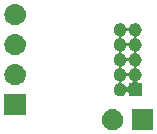
<source format=gbr>
G04 #@! TF.GenerationSoftware,KiCad,Pcbnew,(5.0.1-3-g963ef8bb5)*
G04 #@! TF.CreationDate,2018-12-20T13:19:58+01:00*
G04 #@! TF.ProjectId,jtag-swd,6A7461672D7377642E6B696361645F70,rev?*
G04 #@! TF.SameCoordinates,Original*
G04 #@! TF.FileFunction,Soldermask,Bot*
G04 #@! TF.FilePolarity,Negative*
%FSLAX46Y46*%
G04 Gerber Fmt 4.6, Leading zero omitted, Abs format (unit mm)*
G04 Created by KiCad (PCBNEW (5.0.1-3-g963ef8bb5)) date 2018 December 20, Thursday 13:19:58*
%MOMM*%
%LPD*%
G01*
G04 APERTURE LIST*
%ADD10C,0.100000*%
G04 APERTURE END LIST*
D10*
G36*
X77736000Y-54241000D02*
X75934000Y-54241000D01*
X75934000Y-52439000D01*
X77736000Y-52439000D01*
X77736000Y-54241000D01*
X77736000Y-54241000D01*
G37*
G36*
X74405443Y-52445519D02*
X74471627Y-52452037D01*
X74584853Y-52486384D01*
X74641467Y-52503557D01*
X74780087Y-52577652D01*
X74797991Y-52587222D01*
X74833729Y-52616552D01*
X74935186Y-52699814D01*
X75018448Y-52801271D01*
X75047778Y-52837009D01*
X75047779Y-52837011D01*
X75131443Y-52993533D01*
X75131443Y-52993534D01*
X75182963Y-53163373D01*
X75200359Y-53340000D01*
X75182963Y-53516627D01*
X75148616Y-53629853D01*
X75131443Y-53686467D01*
X75057348Y-53825087D01*
X75047778Y-53842991D01*
X75018448Y-53878729D01*
X74935186Y-53980186D01*
X74833729Y-54063448D01*
X74797991Y-54092778D01*
X74797989Y-54092779D01*
X74641467Y-54176443D01*
X74584853Y-54193616D01*
X74471627Y-54227963D01*
X74405442Y-54234482D01*
X74339260Y-54241000D01*
X74250740Y-54241000D01*
X74184558Y-54234482D01*
X74118373Y-54227963D01*
X74005147Y-54193616D01*
X73948533Y-54176443D01*
X73792011Y-54092779D01*
X73792009Y-54092778D01*
X73756271Y-54063448D01*
X73654814Y-53980186D01*
X73571552Y-53878729D01*
X73542222Y-53842991D01*
X73532652Y-53825087D01*
X73458557Y-53686467D01*
X73441384Y-53629853D01*
X73407037Y-53516627D01*
X73389641Y-53340000D01*
X73407037Y-53163373D01*
X73458557Y-52993534D01*
X73458557Y-52993533D01*
X73542221Y-52837011D01*
X73542222Y-52837009D01*
X73571552Y-52801271D01*
X73654814Y-52699814D01*
X73756271Y-52616552D01*
X73792009Y-52587222D01*
X73809913Y-52577652D01*
X73948533Y-52503557D01*
X74005147Y-52486384D01*
X74118373Y-52452037D01*
X74184558Y-52445518D01*
X74250740Y-52439000D01*
X74339260Y-52439000D01*
X74405443Y-52445519D01*
X74405443Y-52445519D01*
G37*
G36*
X66941000Y-52971000D02*
X65139000Y-52971000D01*
X65139000Y-51169000D01*
X66941000Y-51169000D01*
X66941000Y-52971000D01*
X66941000Y-52971000D01*
G37*
G36*
X75038015Y-45176973D02*
X75141879Y-45208479D01*
X75237600Y-45259644D01*
X75321501Y-45328499D01*
X75390356Y-45412400D01*
X75441521Y-45508121D01*
X75445383Y-45520854D01*
X75454760Y-45543493D01*
X75468374Y-45563867D01*
X75485701Y-45581194D01*
X75506076Y-45594808D01*
X75528715Y-45604186D01*
X75552748Y-45608966D01*
X75577252Y-45608966D01*
X75601286Y-45604185D01*
X75623925Y-45594808D01*
X75644299Y-45581194D01*
X75661626Y-45563867D01*
X75675240Y-45543492D01*
X75684617Y-45520854D01*
X75688479Y-45508121D01*
X75739644Y-45412400D01*
X75808499Y-45328499D01*
X75892400Y-45259644D01*
X75988121Y-45208479D01*
X76091985Y-45176973D01*
X76172933Y-45169000D01*
X76227067Y-45169000D01*
X76308015Y-45176973D01*
X76411879Y-45208479D01*
X76507600Y-45259644D01*
X76591501Y-45328499D01*
X76660356Y-45412400D01*
X76711521Y-45508121D01*
X76743027Y-45611985D01*
X76753666Y-45720000D01*
X76743027Y-45828015D01*
X76711521Y-45931879D01*
X76660356Y-46027600D01*
X76591501Y-46111501D01*
X76507600Y-46180356D01*
X76411879Y-46231521D01*
X76399142Y-46235385D01*
X76376507Y-46244760D01*
X76356133Y-46258374D01*
X76338806Y-46275701D01*
X76325192Y-46296076D01*
X76315814Y-46318715D01*
X76311034Y-46342748D01*
X76311034Y-46367252D01*
X76315815Y-46391286D01*
X76325192Y-46413925D01*
X76338806Y-46434299D01*
X76356133Y-46451626D01*
X76376508Y-46465240D01*
X76399142Y-46474615D01*
X76411879Y-46478479D01*
X76507600Y-46529644D01*
X76591501Y-46598499D01*
X76660356Y-46682400D01*
X76711521Y-46778121D01*
X76743027Y-46881985D01*
X76753666Y-46990000D01*
X76743027Y-47098015D01*
X76711521Y-47201879D01*
X76660356Y-47297600D01*
X76591501Y-47381501D01*
X76507600Y-47450356D01*
X76411879Y-47501521D01*
X76399142Y-47505385D01*
X76376507Y-47514760D01*
X76356133Y-47528374D01*
X76338806Y-47545701D01*
X76325192Y-47566076D01*
X76315814Y-47588715D01*
X76311034Y-47612748D01*
X76311034Y-47637252D01*
X76315815Y-47661286D01*
X76325192Y-47683925D01*
X76338806Y-47704299D01*
X76356133Y-47721626D01*
X76376508Y-47735240D01*
X76399142Y-47744615D01*
X76411879Y-47748479D01*
X76507600Y-47799644D01*
X76591501Y-47868499D01*
X76660356Y-47952400D01*
X76711521Y-48048121D01*
X76743027Y-48151985D01*
X76753666Y-48260000D01*
X76743027Y-48368015D01*
X76711521Y-48471879D01*
X76660356Y-48567600D01*
X76591501Y-48651501D01*
X76507600Y-48720356D01*
X76411879Y-48771521D01*
X76399142Y-48775385D01*
X76376507Y-48784760D01*
X76356133Y-48798374D01*
X76338806Y-48815701D01*
X76325192Y-48836076D01*
X76315814Y-48858715D01*
X76311034Y-48882748D01*
X76311034Y-48907252D01*
X76315815Y-48931286D01*
X76325192Y-48953925D01*
X76338806Y-48974299D01*
X76356133Y-48991626D01*
X76376508Y-49005240D01*
X76399142Y-49014615D01*
X76411879Y-49018479D01*
X76507600Y-49069644D01*
X76591501Y-49138499D01*
X76660356Y-49222400D01*
X76711521Y-49318121D01*
X76743027Y-49421985D01*
X76753666Y-49530000D01*
X76743027Y-49638015D01*
X76711521Y-49741879D01*
X76660356Y-49837600D01*
X76591501Y-49921501D01*
X76507600Y-49990356D01*
X76463805Y-50013766D01*
X76443439Y-50027374D01*
X76426111Y-50044701D01*
X76412498Y-50065076D01*
X76403120Y-50087715D01*
X76398340Y-50111748D01*
X76398340Y-50136252D01*
X76403121Y-50160286D01*
X76412498Y-50182925D01*
X76426112Y-50203299D01*
X76443439Y-50220627D01*
X76463814Y-50234240D01*
X76486453Y-50243618D01*
X76522738Y-50249000D01*
X76751000Y-50249000D01*
X76751000Y-51351000D01*
X75649000Y-51351000D01*
X75649000Y-51122738D01*
X75646598Y-51098352D01*
X75639485Y-51074903D01*
X75627934Y-51053292D01*
X75612388Y-51034350D01*
X75593446Y-51018804D01*
X75571835Y-51007253D01*
X75548386Y-51000140D01*
X75524000Y-50997738D01*
X75499614Y-51000140D01*
X75476165Y-51007253D01*
X75454554Y-51018804D01*
X75435612Y-51034350D01*
X75413764Y-51063808D01*
X75390356Y-51107600D01*
X75321501Y-51191501D01*
X75237600Y-51260356D01*
X75141879Y-51311521D01*
X75038015Y-51343027D01*
X74957067Y-51351000D01*
X74902933Y-51351000D01*
X74821985Y-51343027D01*
X74718121Y-51311521D01*
X74622400Y-51260356D01*
X74538499Y-51191501D01*
X74469644Y-51107600D01*
X74418479Y-51011879D01*
X74386973Y-50908015D01*
X74376334Y-50800000D01*
X74386973Y-50691985D01*
X74418479Y-50588121D01*
X74469644Y-50492400D01*
X74538499Y-50408499D01*
X74622400Y-50339644D01*
X74718121Y-50288479D01*
X74730858Y-50284615D01*
X74753493Y-50275240D01*
X74773867Y-50261626D01*
X74791194Y-50244299D01*
X74804808Y-50223924D01*
X74814186Y-50201285D01*
X74818966Y-50177252D01*
X74818966Y-50152748D01*
X75041034Y-50152748D01*
X75041034Y-50177252D01*
X75045815Y-50201286D01*
X75055192Y-50223925D01*
X75068806Y-50244299D01*
X75086133Y-50261626D01*
X75106508Y-50275240D01*
X75129142Y-50284615D01*
X75141879Y-50288479D01*
X75237600Y-50339644D01*
X75321501Y-50408499D01*
X75390356Y-50492400D01*
X75413766Y-50536195D01*
X75427374Y-50556561D01*
X75444701Y-50573889D01*
X75465076Y-50587502D01*
X75487715Y-50596880D01*
X75511748Y-50601660D01*
X75536252Y-50601660D01*
X75560286Y-50596879D01*
X75582925Y-50587502D01*
X75603299Y-50573888D01*
X75620627Y-50556561D01*
X75634240Y-50536186D01*
X75643618Y-50513547D01*
X75649000Y-50477262D01*
X75649000Y-50249000D01*
X75877262Y-50249000D01*
X75901648Y-50246598D01*
X75925097Y-50239485D01*
X75946708Y-50227934D01*
X75965650Y-50212388D01*
X75981196Y-50193446D01*
X75992747Y-50171835D01*
X75999860Y-50148386D01*
X76002262Y-50124000D01*
X75999860Y-50099614D01*
X75992747Y-50076165D01*
X75981196Y-50054554D01*
X75965650Y-50035612D01*
X75936192Y-50013764D01*
X75892400Y-49990356D01*
X75808499Y-49921501D01*
X75739644Y-49837600D01*
X75688479Y-49741879D01*
X75684615Y-49729142D01*
X75675240Y-49706507D01*
X75661626Y-49686133D01*
X75644299Y-49668806D01*
X75623924Y-49655192D01*
X75601285Y-49645814D01*
X75577252Y-49641034D01*
X75552748Y-49641034D01*
X75528714Y-49645815D01*
X75506075Y-49655192D01*
X75485701Y-49668806D01*
X75468374Y-49686133D01*
X75454760Y-49706508D01*
X75445385Y-49729142D01*
X75441521Y-49741879D01*
X75390356Y-49837600D01*
X75321501Y-49921501D01*
X75237600Y-49990356D01*
X75141879Y-50041521D01*
X75129142Y-50045385D01*
X75106507Y-50054760D01*
X75086133Y-50068374D01*
X75068806Y-50085701D01*
X75055192Y-50106076D01*
X75045814Y-50128715D01*
X75041034Y-50152748D01*
X74818966Y-50152748D01*
X74814185Y-50128714D01*
X74804808Y-50106075D01*
X74791194Y-50085701D01*
X74773867Y-50068374D01*
X74753492Y-50054760D01*
X74730858Y-50045385D01*
X74718121Y-50041521D01*
X74622400Y-49990356D01*
X74538499Y-49921501D01*
X74469644Y-49837600D01*
X74418479Y-49741879D01*
X74386973Y-49638015D01*
X74376334Y-49530000D01*
X74386973Y-49421985D01*
X74418479Y-49318121D01*
X74469644Y-49222400D01*
X74538499Y-49138499D01*
X74622400Y-49069644D01*
X74718121Y-49018479D01*
X74730858Y-49014615D01*
X74753493Y-49005240D01*
X74773867Y-48991626D01*
X74791194Y-48974299D01*
X74804808Y-48953924D01*
X74814186Y-48931285D01*
X74818966Y-48907252D01*
X74818966Y-48882748D01*
X75041034Y-48882748D01*
X75041034Y-48907252D01*
X75045815Y-48931286D01*
X75055192Y-48953925D01*
X75068806Y-48974299D01*
X75086133Y-48991626D01*
X75106508Y-49005240D01*
X75129142Y-49014615D01*
X75141879Y-49018479D01*
X75237600Y-49069644D01*
X75321501Y-49138499D01*
X75390356Y-49222400D01*
X75441521Y-49318121D01*
X75445383Y-49330854D01*
X75454760Y-49353493D01*
X75468374Y-49373867D01*
X75485701Y-49391194D01*
X75506076Y-49404808D01*
X75528715Y-49414186D01*
X75552748Y-49418966D01*
X75577252Y-49418966D01*
X75601286Y-49414185D01*
X75623925Y-49404808D01*
X75644299Y-49391194D01*
X75661626Y-49373867D01*
X75675240Y-49353492D01*
X75684617Y-49330854D01*
X75688479Y-49318121D01*
X75739644Y-49222400D01*
X75808499Y-49138499D01*
X75892400Y-49069644D01*
X75988121Y-49018479D01*
X76000858Y-49014615D01*
X76023493Y-49005240D01*
X76043867Y-48991626D01*
X76061194Y-48974299D01*
X76074808Y-48953924D01*
X76084186Y-48931285D01*
X76088966Y-48907252D01*
X76088966Y-48882748D01*
X76084185Y-48858714D01*
X76074808Y-48836075D01*
X76061194Y-48815701D01*
X76043867Y-48798374D01*
X76023492Y-48784760D01*
X76000858Y-48775385D01*
X75988121Y-48771521D01*
X75892400Y-48720356D01*
X75808499Y-48651501D01*
X75739644Y-48567600D01*
X75688479Y-48471879D01*
X75684615Y-48459142D01*
X75675240Y-48436507D01*
X75661626Y-48416133D01*
X75644299Y-48398806D01*
X75623924Y-48385192D01*
X75601285Y-48375814D01*
X75577252Y-48371034D01*
X75552748Y-48371034D01*
X75528714Y-48375815D01*
X75506075Y-48385192D01*
X75485701Y-48398806D01*
X75468374Y-48416133D01*
X75454760Y-48436508D01*
X75445385Y-48459142D01*
X75441521Y-48471879D01*
X75390356Y-48567600D01*
X75321501Y-48651501D01*
X75237600Y-48720356D01*
X75141879Y-48771521D01*
X75129142Y-48775385D01*
X75106507Y-48784760D01*
X75086133Y-48798374D01*
X75068806Y-48815701D01*
X75055192Y-48836076D01*
X75045814Y-48858715D01*
X75041034Y-48882748D01*
X74818966Y-48882748D01*
X74814185Y-48858714D01*
X74804808Y-48836075D01*
X74791194Y-48815701D01*
X74773867Y-48798374D01*
X74753492Y-48784760D01*
X74730858Y-48775385D01*
X74718121Y-48771521D01*
X74622400Y-48720356D01*
X74538499Y-48651501D01*
X74469644Y-48567600D01*
X74418479Y-48471879D01*
X74386973Y-48368015D01*
X74376334Y-48260000D01*
X74386973Y-48151985D01*
X74418479Y-48048121D01*
X74469644Y-47952400D01*
X74538499Y-47868499D01*
X74622400Y-47799644D01*
X74718121Y-47748479D01*
X74730858Y-47744615D01*
X74753493Y-47735240D01*
X74773867Y-47721626D01*
X74791194Y-47704299D01*
X74804808Y-47683924D01*
X74814186Y-47661285D01*
X74818966Y-47637252D01*
X74818966Y-47612748D01*
X75041034Y-47612748D01*
X75041034Y-47637252D01*
X75045815Y-47661286D01*
X75055192Y-47683925D01*
X75068806Y-47704299D01*
X75086133Y-47721626D01*
X75106508Y-47735240D01*
X75129142Y-47744615D01*
X75141879Y-47748479D01*
X75237600Y-47799644D01*
X75321501Y-47868499D01*
X75390356Y-47952400D01*
X75441521Y-48048121D01*
X75445383Y-48060854D01*
X75454760Y-48083493D01*
X75468374Y-48103867D01*
X75485701Y-48121194D01*
X75506076Y-48134808D01*
X75528715Y-48144186D01*
X75552748Y-48148966D01*
X75577252Y-48148966D01*
X75601286Y-48144185D01*
X75623925Y-48134808D01*
X75644299Y-48121194D01*
X75661626Y-48103867D01*
X75675240Y-48083492D01*
X75684617Y-48060854D01*
X75688479Y-48048121D01*
X75739644Y-47952400D01*
X75808499Y-47868499D01*
X75892400Y-47799644D01*
X75988121Y-47748479D01*
X76000858Y-47744615D01*
X76023493Y-47735240D01*
X76043867Y-47721626D01*
X76061194Y-47704299D01*
X76074808Y-47683924D01*
X76084186Y-47661285D01*
X76088966Y-47637252D01*
X76088966Y-47612748D01*
X76084185Y-47588714D01*
X76074808Y-47566075D01*
X76061194Y-47545701D01*
X76043867Y-47528374D01*
X76023492Y-47514760D01*
X76000858Y-47505385D01*
X75988121Y-47501521D01*
X75892400Y-47450356D01*
X75808499Y-47381501D01*
X75739644Y-47297600D01*
X75688479Y-47201879D01*
X75684615Y-47189142D01*
X75675240Y-47166507D01*
X75661626Y-47146133D01*
X75644299Y-47128806D01*
X75623924Y-47115192D01*
X75601285Y-47105814D01*
X75577252Y-47101034D01*
X75552748Y-47101034D01*
X75528714Y-47105815D01*
X75506075Y-47115192D01*
X75485701Y-47128806D01*
X75468374Y-47146133D01*
X75454760Y-47166508D01*
X75445385Y-47189142D01*
X75441521Y-47201879D01*
X75390356Y-47297600D01*
X75321501Y-47381501D01*
X75237600Y-47450356D01*
X75141879Y-47501521D01*
X75129142Y-47505385D01*
X75106507Y-47514760D01*
X75086133Y-47528374D01*
X75068806Y-47545701D01*
X75055192Y-47566076D01*
X75045814Y-47588715D01*
X75041034Y-47612748D01*
X74818966Y-47612748D01*
X74814185Y-47588714D01*
X74804808Y-47566075D01*
X74791194Y-47545701D01*
X74773867Y-47528374D01*
X74753492Y-47514760D01*
X74730858Y-47505385D01*
X74718121Y-47501521D01*
X74622400Y-47450356D01*
X74538499Y-47381501D01*
X74469644Y-47297600D01*
X74418479Y-47201879D01*
X74386973Y-47098015D01*
X74376334Y-46990000D01*
X74386973Y-46881985D01*
X74418479Y-46778121D01*
X74469644Y-46682400D01*
X74538499Y-46598499D01*
X74622400Y-46529644D01*
X74718121Y-46478479D01*
X74730858Y-46474615D01*
X74753493Y-46465240D01*
X74773867Y-46451626D01*
X74791194Y-46434299D01*
X74804808Y-46413924D01*
X74814186Y-46391285D01*
X74818966Y-46367252D01*
X74818966Y-46342748D01*
X75041034Y-46342748D01*
X75041034Y-46367252D01*
X75045815Y-46391286D01*
X75055192Y-46413925D01*
X75068806Y-46434299D01*
X75086133Y-46451626D01*
X75106508Y-46465240D01*
X75129142Y-46474615D01*
X75141879Y-46478479D01*
X75237600Y-46529644D01*
X75321501Y-46598499D01*
X75390356Y-46682400D01*
X75441521Y-46778121D01*
X75445383Y-46790854D01*
X75454760Y-46813493D01*
X75468374Y-46833867D01*
X75485701Y-46851194D01*
X75506076Y-46864808D01*
X75528715Y-46874186D01*
X75552748Y-46878966D01*
X75577252Y-46878966D01*
X75601286Y-46874185D01*
X75623925Y-46864808D01*
X75644299Y-46851194D01*
X75661626Y-46833867D01*
X75675240Y-46813492D01*
X75684617Y-46790854D01*
X75688479Y-46778121D01*
X75739644Y-46682400D01*
X75808499Y-46598499D01*
X75892400Y-46529644D01*
X75988121Y-46478479D01*
X76000858Y-46474615D01*
X76023493Y-46465240D01*
X76043867Y-46451626D01*
X76061194Y-46434299D01*
X76074808Y-46413924D01*
X76084186Y-46391285D01*
X76088966Y-46367252D01*
X76088966Y-46342748D01*
X76084185Y-46318714D01*
X76074808Y-46296075D01*
X76061194Y-46275701D01*
X76043867Y-46258374D01*
X76023492Y-46244760D01*
X76000858Y-46235385D01*
X75988121Y-46231521D01*
X75892400Y-46180356D01*
X75808499Y-46111501D01*
X75739644Y-46027600D01*
X75688479Y-45931879D01*
X75684615Y-45919142D01*
X75675240Y-45896507D01*
X75661626Y-45876133D01*
X75644299Y-45858806D01*
X75623924Y-45845192D01*
X75601285Y-45835814D01*
X75577252Y-45831034D01*
X75552748Y-45831034D01*
X75528714Y-45835815D01*
X75506075Y-45845192D01*
X75485701Y-45858806D01*
X75468374Y-45876133D01*
X75454760Y-45896508D01*
X75445385Y-45919142D01*
X75441521Y-45931879D01*
X75390356Y-46027600D01*
X75321501Y-46111501D01*
X75237600Y-46180356D01*
X75141879Y-46231521D01*
X75129142Y-46235385D01*
X75106507Y-46244760D01*
X75086133Y-46258374D01*
X75068806Y-46275701D01*
X75055192Y-46296076D01*
X75045814Y-46318715D01*
X75041034Y-46342748D01*
X74818966Y-46342748D01*
X74814185Y-46318714D01*
X74804808Y-46296075D01*
X74791194Y-46275701D01*
X74773867Y-46258374D01*
X74753492Y-46244760D01*
X74730858Y-46235385D01*
X74718121Y-46231521D01*
X74622400Y-46180356D01*
X74538499Y-46111501D01*
X74469644Y-46027600D01*
X74418479Y-45931879D01*
X74386973Y-45828015D01*
X74376334Y-45720000D01*
X74386973Y-45611985D01*
X74418479Y-45508121D01*
X74469644Y-45412400D01*
X74538499Y-45328499D01*
X74622400Y-45259644D01*
X74718121Y-45208479D01*
X74821985Y-45176973D01*
X74902933Y-45169000D01*
X74957067Y-45169000D01*
X75038015Y-45176973D01*
X75038015Y-45176973D01*
G37*
G36*
X66150443Y-48635519D02*
X66216627Y-48642037D01*
X66329853Y-48676384D01*
X66386467Y-48693557D01*
X66525087Y-48767652D01*
X66542991Y-48777222D01*
X66574434Y-48803027D01*
X66680186Y-48889814D01*
X66749520Y-48974299D01*
X66792778Y-49027009D01*
X66792779Y-49027011D01*
X66876443Y-49183533D01*
X66876443Y-49183534D01*
X66927963Y-49353373D01*
X66945359Y-49530000D01*
X66927963Y-49706627D01*
X66917270Y-49741876D01*
X66876443Y-49876467D01*
X66852372Y-49921500D01*
X66792778Y-50032991D01*
X66766446Y-50065076D01*
X66680186Y-50170186D01*
X66587076Y-50246598D01*
X66542991Y-50282778D01*
X66542989Y-50282779D01*
X66386467Y-50366443D01*
X66329853Y-50383616D01*
X66216627Y-50417963D01*
X66150443Y-50424481D01*
X66084260Y-50431000D01*
X65995740Y-50431000D01*
X65929558Y-50424482D01*
X65863373Y-50417963D01*
X65750147Y-50383616D01*
X65693533Y-50366443D01*
X65537011Y-50282779D01*
X65537009Y-50282778D01*
X65492924Y-50246598D01*
X65399814Y-50170186D01*
X65313554Y-50065076D01*
X65287222Y-50032991D01*
X65227628Y-49921500D01*
X65203557Y-49876467D01*
X65162730Y-49741876D01*
X65152037Y-49706627D01*
X65134641Y-49530000D01*
X65152037Y-49353373D01*
X65203557Y-49183534D01*
X65203557Y-49183533D01*
X65287221Y-49027011D01*
X65287222Y-49027009D01*
X65330480Y-48974299D01*
X65399814Y-48889814D01*
X65505566Y-48803027D01*
X65537009Y-48777222D01*
X65554913Y-48767652D01*
X65693533Y-48693557D01*
X65750147Y-48676384D01*
X65863373Y-48642037D01*
X65929557Y-48635519D01*
X65995740Y-48629000D01*
X66084260Y-48629000D01*
X66150443Y-48635519D01*
X66150443Y-48635519D01*
G37*
G36*
X66150442Y-46095518D02*
X66216627Y-46102037D01*
X66329853Y-46136384D01*
X66386467Y-46153557D01*
X66525087Y-46227652D01*
X66542991Y-46237222D01*
X66574434Y-46263027D01*
X66680186Y-46349814D01*
X66749520Y-46434299D01*
X66792778Y-46487009D01*
X66792779Y-46487011D01*
X66876443Y-46643533D01*
X66876443Y-46643534D01*
X66927963Y-46813373D01*
X66945359Y-46990000D01*
X66927963Y-47166627D01*
X66917270Y-47201876D01*
X66876443Y-47336467D01*
X66852372Y-47381500D01*
X66792778Y-47492991D01*
X66763740Y-47528374D01*
X66680186Y-47630186D01*
X66584149Y-47709000D01*
X66542991Y-47742778D01*
X66542989Y-47742779D01*
X66386467Y-47826443D01*
X66329853Y-47843616D01*
X66216627Y-47877963D01*
X66150443Y-47884481D01*
X66084260Y-47891000D01*
X65995740Y-47891000D01*
X65929557Y-47884481D01*
X65863373Y-47877963D01*
X65750147Y-47843616D01*
X65693533Y-47826443D01*
X65537011Y-47742779D01*
X65537009Y-47742778D01*
X65495851Y-47709000D01*
X65399814Y-47630186D01*
X65316260Y-47528374D01*
X65287222Y-47492991D01*
X65227628Y-47381500D01*
X65203557Y-47336467D01*
X65162730Y-47201876D01*
X65152037Y-47166627D01*
X65134641Y-46990000D01*
X65152037Y-46813373D01*
X65203557Y-46643534D01*
X65203557Y-46643533D01*
X65287221Y-46487011D01*
X65287222Y-46487009D01*
X65330480Y-46434299D01*
X65399814Y-46349814D01*
X65505566Y-46263027D01*
X65537009Y-46237222D01*
X65554913Y-46227652D01*
X65693533Y-46153557D01*
X65750147Y-46136384D01*
X65863373Y-46102037D01*
X65929558Y-46095518D01*
X65995740Y-46089000D01*
X66084260Y-46089000D01*
X66150442Y-46095518D01*
X66150442Y-46095518D01*
G37*
G36*
X66150443Y-43555519D02*
X66216627Y-43562037D01*
X66329853Y-43596384D01*
X66386467Y-43613557D01*
X66525087Y-43687652D01*
X66542991Y-43697222D01*
X66578729Y-43726552D01*
X66680186Y-43809814D01*
X66763448Y-43911271D01*
X66792778Y-43947009D01*
X66792779Y-43947011D01*
X66876443Y-44103533D01*
X66876443Y-44103534D01*
X66927963Y-44273373D01*
X66945359Y-44450000D01*
X66927963Y-44626627D01*
X66893616Y-44739853D01*
X66876443Y-44796467D01*
X66802348Y-44935087D01*
X66792778Y-44952991D01*
X66763448Y-44988729D01*
X66680186Y-45090186D01*
X66584149Y-45169000D01*
X66542991Y-45202778D01*
X66542989Y-45202779D01*
X66386467Y-45286443D01*
X66329853Y-45303616D01*
X66216627Y-45337963D01*
X66150442Y-45344482D01*
X66084260Y-45351000D01*
X65995740Y-45351000D01*
X65929558Y-45344482D01*
X65863373Y-45337963D01*
X65750147Y-45303616D01*
X65693533Y-45286443D01*
X65537011Y-45202779D01*
X65537009Y-45202778D01*
X65495851Y-45169000D01*
X65399814Y-45090186D01*
X65316552Y-44988729D01*
X65287222Y-44952991D01*
X65277652Y-44935087D01*
X65203557Y-44796467D01*
X65186384Y-44739853D01*
X65152037Y-44626627D01*
X65134641Y-44450000D01*
X65152037Y-44273373D01*
X65203557Y-44103534D01*
X65203557Y-44103533D01*
X65287221Y-43947011D01*
X65287222Y-43947009D01*
X65316552Y-43911271D01*
X65399814Y-43809814D01*
X65501271Y-43726552D01*
X65537009Y-43697222D01*
X65554913Y-43687652D01*
X65693533Y-43613557D01*
X65750147Y-43596384D01*
X65863373Y-43562037D01*
X65929557Y-43555519D01*
X65995740Y-43549000D01*
X66084260Y-43549000D01*
X66150443Y-43555519D01*
X66150443Y-43555519D01*
G37*
M02*

</source>
